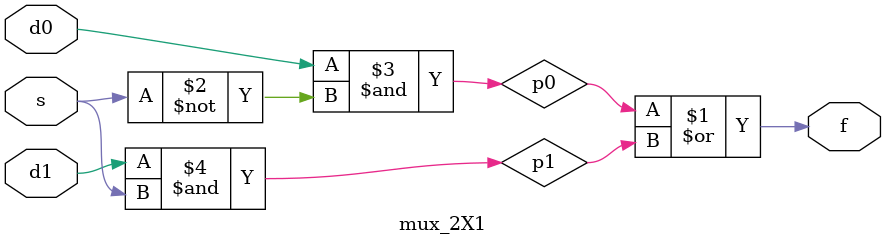
<source format=sv>
`timescale 1ns / 1ps

module mux_4X1(input logic [3:0]d, input logic [1:0]s, output logic f
    );
    
    logic w0, w1;
    
    mux_2X1 M0(d[0],d[1],s[0],w0);
    mux_2X1 M1(d[2],d[3],s[0],w1);
    mux_2X1 M2(w0,w1,s[1],f);
    
endmodule

module mux_2X1( 
            input logic d0,d1,s ,
            output logic f
    );  
    
    logic p0,p1; 
    
    assign f= p0|p1;
    assign p0 = d0 & ~s;
    assign p1 = d1 & s;
      
    
endmodule

</source>
